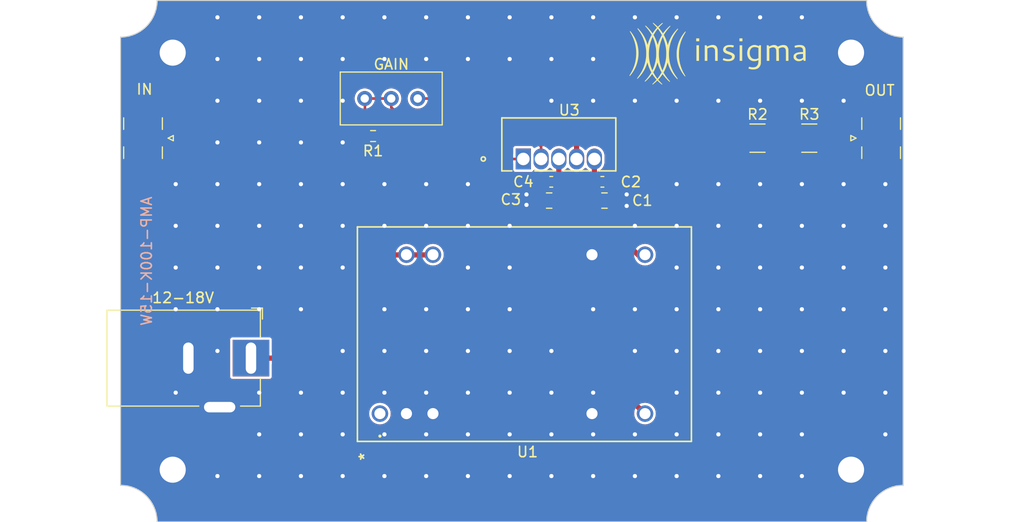
<source format=kicad_pcb>
(kicad_pcb (version 20240108) (generator "pcbnew") (generator_version "8.0")
  (layers (0 "F.Cu" signal) (31 "B.Cu" signal) (34 "B.Paste" user) (35 "F.Paste" user) (36 "B.SilkS" user "B.Silkscreen") (37 "F.SilkS" user "F.Silkscreen") (38 "B.Mask" user) (39 "F.Mask" user) (44 "Edge.Cuts" user))
  (net 0 "")
  (net 1 "VCC")
  (net 2 "GND")
  (net 3 "/VOUT")
  (net 4 "Net-(R2-Pad2)")
  (net 5 "-15V")
  (net 6 "+15V")
  (net 8 "/VIN")
  (net 9 "/Vfb")
  (net 10 "/Vo")
  (footprint "Potentiometer_THT:Potentiometer_Bourns_3296W_Vertical" (layer "F.Cu") (at 38.4 24.4 180)
    (property "Reference" "RV1" (hide yes))
    (property "Value" "B503")
    (pad "1" thru_hole circle (at 0 0 180) (size 1.44 1.44) (drill 0.8) (layers "*.Cu" "*.Mask") (net 9 "/Vfb"))
    (pad "2" thru_hole circle (at -2.54 0 180) (size 1.44 1.44) (drill 0.8) (layers "*.Cu" "*.Mask") (net 9 "/Vfb"))
    (pad "3" thru_hole circle (at -5.08 0 180) (size 1.44 1.44) (drill 0.8) (layers "*.Cu" "*.Mask") (net 10 "/Vo"))
  )
  (footprint "DCW12B-15:SCW12&slash_DCW12_MWU" (layer "F.Cu") (at 39.857 54.62 90)
    (property "Reference" "U1" (at -3.68 14.143 0) (layer "F.SilkS"))
    (property "Value" "DCW12A-15")
    (fp_text user "*" (at -4.125 -1.45 90) (layer "F.SilkS"))
    (fp_text user "*" (at -4.125 -1.45 -90) (layer "F.SilkS"))
    (pad "1" thru_hole circle (at 0 0 90) (size 1.5748 1.5748) (drill 1.0668) (layers "*.Cu" "*.Mask"))
    (pad "2" thru_hole circle (at 0 2.54 90) (size 1.5748 1.5748) (drill 1.0668) (layers "*.Cu" "*.Mask") (net 2 "GND"))
    (pad "3" thru_hole circle (at 0 5.08 90) (size 1.5748 1.5748) (drill 1.0668) (layers "*.Cu" "*.Mask") (net 2 "GND"))
    (pad "9" thru_hole circle (at 0 20.32 90) (size 1.5748 1.5748) (drill 1.0668) (layers "*.Cu" "*.Mask") (net 2 "GND"))
    (pad "11" thru_hole circle (at 0 25.4 90) (size 1.5748 1.5748) (drill 1.0668) (layers "*.Cu" "*.Mask") (net 5 "-15V"))
    (pad "14" thru_hole circle (at 15.24 25.4 90) (size 1.5748 1.5748) (drill 1.0668) (layers "*.Cu" "*.Mask") (net 6 "+15V"))
    (pad "16" thru_hole circle (at 15.24 20.32 90) (size 1.5748 1.5748) (drill 1.0668) (layers "*.Cu" "*.Mask") (net 2 "GND"))
    (pad "22" thru_hole circle (at 15.24 5.08 90) (size 1.5748 1.5748) (drill 1.0668) (layers "*.Cu" "*.Mask") (net 1 "VCC"))
    (pad "23" thru_hole circle (at 15.24 2.54 90) (size 1.5748 1.5748) (drill 1.0668) (layers "*.Cu" "*.Mask") (net 1 "VCC"))
  )
  (footprint "OPA544T:KC5" (layer "F.Cu") (at 53.5964 30.197)
    (property "Reference" "U3" (at 4.4036 -4.097 0) (layer "F.SilkS") (effects (justify bottom)))
    (property "Value" "OPA544T")
    (pad "1" thru_hole rect (at 0 0) (size 1.45 2) (drill 1.2) (layers "*.Cu" "*.Mask") (net 8 "/VIN"))
    (pad "2" thru_hole oval (at 1.7018 0) (size 1.45 2) (drill 1.2) (layers "*.Cu" "*.Mask") (net 9 "/Vfb"))
    (pad "3" thru_hole oval (at 3.4036 0) (size 1.45 2) (drill 1.2) (layers "*.Cu" "*.Mask") (net 5 "-15V"))
    (pad "4" thru_hole oval (at 5.1054 0) (size 1.45 2) (drill 1.2) (layers "*.Cu" "*.Mask") (net 10 "/Vo"))
    (pad "5" thru_hole oval (at 6.8072 0) (size 1.45 2) (drill 1.2) (layers "*.Cu" "*.Mask") (net 6 "+15V"))
  )
  (footprint "MountingHole:MountingHole_2.5mm_Pad" (layer "F.Cu") (at 20 60)
    (property "Reference" "H3" (hide yes))
    (property "Value" "MountingHole_Pad")
    (pad "1" thru_hole circle (at 0 0) (size 5 5) (drill 2.5) (layers "*.Cu" "*.Mask") (net 2 "GND"))
  )
  (footprint "Connector_Coaxial:SMA_Samtec_SMA-J-P-X-ST-EM1_EdgeMount" (layer "F.Cu") (at 17.3 28.2 -90)
    (property "Reference" "J2" (hide yes))
    (property "Value" "SMA")
    (pad "1" smd rect (at 0 0.2 270) (size 1.27 3.6) (layers "F.Cu" "F.Paste" "F.Mask") (net 8 "/VIN"))
    (pad "2" smd rect (at -2.825 0 270) (size 1.35 4.2) (layers "F.Cu" "F.Paste" "F.Mask") (net 2 "GND"))
    (pad "2" smd rect (at -2.825 0 270) (size 1.35 4.2) (layers "B.Cu" "B.Paste" "B.Mask") (net 2 "GND"))
    (pad "2" smd rect (at 2.825 0 270) (size 1.35 4.2) (layers "F.Cu" "F.Paste" "F.Mask") (net 2 "GND"))
    (pad "2" smd rect (at 2.825 0 270) (size 1.35 4.2) (layers "B.Cu" "B.Paste" "B.Mask") (net 2 "GND"))
  )
  (footprint "MountingHole:MountingHole_2.5mm_Pad" (layer "F.Cu") (at 20 20)
    (property "Reference" "H1" (hide yes))
    (property "Value" "MountingHole_Pad")
    (pad "1" thru_hole circle (at 0 0) (size 5 5) (drill 2.5) (layers "*.Cu" "*.Mask") (net 2 "GND"))
  )
  (footprint "Connector_BarrelJack:BarrelJack_Horizontal" (layer "F.Cu") (at 27.5 49.3)
    (property "Reference" "J4" (hide yes))
    (property "Value" "Barrel_Jack_MountingPin")
    (pad "1" thru_hole rect (at 0 0) (size 3.5 3.5) (drill oval 1 3) (layers "*.Cu" "*.Mask") (net 1 "VCC"))
    (pad "2" thru_hole roundrect (at -6 0) (size 3 3.5) (drill oval 1 3) (layers "*.Cu" "*.Mask") (net 2 "GND"))
    (pad "3" thru_hole roundrect (at -3 4.7) (size 3.5 3.5) (drill oval 3 1) (layers "*.Cu" "*.Mask") (net 2 "GND"))
  )
  (footprint "MountingHole:MountingHole_2.5mm_Pad" (layer "F.Cu") (at 85 60)
    (property "Reference" "H4" (hide yes))
    (property "Value" "MountingHole_Pad")
    (pad "1" thru_hole circle (at 0 0) (size 5 5) (drill 2.5) (layers "*.Cu" "*.Mask") (net 2 "GND"))
  )
  (footprint "Connector_Coaxial:SMA_Samtec_SMA-J-P-X-ST-EM1_EdgeMount" (layer "F.Cu") (at 87.7375 28.2 90)
    (property "Reference" "J3" (hide yes))
    (property "Value" "SMA")
    (pad "1" smd rect (at 0 0.2 90) (size 1.27 3.6) (layers "F.Cu" "F.Paste" "F.Mask") (net 3 "/VOUT"))
    (pad "2" smd rect (at -2.825 0 90) (size 1.35 4.2) (layers "F.Cu" "F.Paste" "F.Mask") (net 2 "GND"))
    (pad "2" smd rect (at -2.825 0 90) (size 1.35 4.2) (layers "B.Cu" "B.Paste" "B.Mask") (net 2 "GND"))
    (pad "2" smd rect (at 2.825 0 90) (size 1.35 4.2) (layers "F.Cu" "F.Paste" "F.Mask") (net 2 "GND"))
    (pad "2" smd rect (at 2.825 0 90) (size 1.35 4.2) (layers "B.Cu" "B.Paste" "B.Mask") (net 2 "GND"))
  )
  (footprint "Resistor_SMD:R_1210_3225Metric" (layer "F.Cu") (at 81 28.2)
    (property "Reference" "R3" (at 0 -2.28 0) (layer "F.SilkS"))
    (property "Value" "5")
    (pad "1" smd roundrect (at -1.4625 0) (size 1.125 2.65) (layers "F.Cu" "F.Paste" "F.Mask") (roundrect_rratio 0.222222) (net 4 "Net-(R2-Pad2)"))
    (pad "2" smd roundrect (at 1.4625 0) (size 1.125 2.65) (layers "F.Cu" "F.Paste" "F.Mask") (roundrect_rratio 0.222222) (net 3 "/VOUT"))
  )
  (footprint "Resistor_SMD:R_1210_3225Metric" (layer "F.Cu") (at 76.0375 28.2)
    (property "Reference" "R2" (at 0 -2.28 0) (layer "F.SilkS"))
    (property "Value" "5")
    (pad "1" smd roundrect (at -1.4625 0) (size 1.125 2.65) (layers "F.Cu" "F.Paste" "F.Mask") (roundrect_rratio 0.222222) (net 10 "/Vo"))
    (pad "2" smd roundrect (at 1.4625 0) (size 1.125 2.65) (layers "F.Cu" "F.Paste" "F.Mask") (roundrect_rratio 0.222222) (net 4 "Net-(R2-Pad2)"))
  )
  (footprint "Capacitor_SMD:C_0805_2012Metric" (layer "F.Cu") (at 61.3729 34.18735)
    (property "Reference" "C1" (at 3.6271 -0.003 0) (layer "F.SilkS"))
    (property "Value" "4u7")
    (pad "1" smd roundrect (at -0.95 0) (size 1 1.45) (layers "F.Cu" "F.Paste" "F.Mask") (net 6 "+15V"))
    (pad "2" smd roundrect (at 0.95 0) (size 1 1.45) (layers "F.Cu" "F.Paste" "F.Mask") (net 2 "GND"))
  )
  (footprint "Capacitor_SMD:C_0603_1608Metric" (layer "F.Cu") (at 56.2729 32.38735)
    (property "Reference" "C4" (at -2.6729 0 0) (layer "F.SilkS"))
    (property "Value" "100n")
    (pad "1" smd roundrect (at -0.775 0) (size 0.9 0.95) (layers "F.Cu" "F.Paste" "F.Mask") (net 2 "GND"))
    (pad "2" smd roundrect (at 0.775 0) (size 0.9 0.95) (layers "F.Cu" "F.Paste" "F.Mask") (net 5 "-15V"))
  )
  (footprint "insigma:insigma_logo_30mm" (layer "F.Cu") (at 72.4 20.101493)
    (property "Reference" "G***" (hide yes))
    (property "Value" "LOGO" (hide yes))
  )
  (footprint "MountingHole:MountingHole_2.5mm_Pad" (layer "F.Cu") (at 85 20)
    (property "Reference" "H2" (hide yes))
    (property "Value" "MountingHole_Pad")
    (pad "1" thru_hole circle (at 0 0) (size 5 5) (drill 2.5) (layers "*.Cu" "*.Mask") (net 2 "GND"))
  )
  (footprint "Capacitor_SMD:C_0805_2012Metric" (layer "F.Cu") (at 56.0729 34.18735)
    (property "Reference" "C3" (at -3.6729 -0.1 0) (layer "F.SilkS"))
    (property "Value" "4u7")
    (pad "1" smd roundrect (at -0.95 0) (size 1 1.45) (layers "F.Cu" "F.Paste" "F.Mask") (net 2 "GND"))
    (pad "2" smd roundrect (at 0.95 0) (size 1 1.45) (layers "F.Cu" "F.Paste" "F.Mask") (net 5 "-15V"))
  )
  (footprint "Resistor_SMD:R_0603_1608Metric" (layer "F.Cu") (at 39.2 28 180)
    (property "Reference" "R1" (at 0 -1.43 180) (layer "F.SilkS"))
    (property "Value" "10k")
    (pad "1" smd roundrect (at -0.825 0 180) (size 0.8 0.95) (layers "F.Cu" "F.Paste" "F.Mask") (net 2 "GND"))
    (pad "2" smd roundrect (at 0.825 0 180) (size 0.8 0.95) (layers "F.Cu" "F.Paste" "F.Mask") (net 9 "/Vfb"))
  )
  (footprint "Capacitor_SMD:C_0603_1608Metric" (layer "F.Cu") (at 61.1729 32.38735)
    (property "Reference" "C2" (at 2.7271 0.01265 0) (layer "F.SilkS"))
    (property "Value" "100n")
    (pad "1" smd roundrect (at -0.775 0) (size 0.9 0.95) (layers "F.Cu" "F.Paste" "F.Mask") (net 6 "+15V"))
    (pad "2" smd roundrect (at 0.775 0) (size 0.9 0.95) (layers "F.Cu" "F.Paste" "F.Mask") (net 2 "GND"))
  )
  (gr_arc (start 86.5 65) (mid 87.525126 62.525126) (end 90 61.5) (stroke (width 0.1)) (layer "Edge.Cuts"))
  (gr_arc (start 90 18.5) (mid 87.525126 17.474874) (end 86.5 15) (stroke (width 0.1)) (layer "Edge.Cuts"))
  (gr_line (start 15 18.5) (end 15 61.5) (stroke (width 0.1)) (layer "Edge.Cuts"))
  (gr_line (start 18.5 15) (end 86.5 15) (stroke (width 0.1)) (layer "Edge.Cuts"))
  (gr_arc (start 18.5 15) (mid 17.474874 17.474874) (end 15 18.5) (stroke (width 0.1)) (layer "Edge.Cuts"))
  (gr_arc (start 15 61.5) (mid 17.474874 62.525126) (end 18.5 65) (stroke (width 0.1)) (layer "Edge.Cuts"))
  (gr_line (start 90 18.5) (end 90 61.5) (stroke (width 0.1)) (layer "Edge.Cuts"))
  (gr_line (start 18.5 65) (end 86.5 65) (stroke (width 0.1)) (layer "Edge.Cuts"))
  (gr_text "AMP-100K-15W" (at 17.5 40 90) (layer "B.SilkS") (effects (font (size 1 1)) (justify mirror)))
  (gr_text "IN" (at 17.3 24.1 0) (layer "F.SilkS") (effects (font (size 1 1)) (justify bottom)))
  (gr_text "12-18V" (at 21 44.1 0) (layer "F.SilkS") (effects (font (size 1 1)) (justify bottom)))
  (gr_text "OUT" (at 87.7375 24.2 0) (layer "F.SilkS") (effects (font (size 1 1)) (justify bottom)))
  (gr_text "GAIN" (at 40.95 21.7 0) (layer "F.SilkS") (effects (font (size 1 1)) (justify bottom)))
  (segment (start 41.3 39.4) (end 44.917 39.4) (width 0.5) (layer "F.Cu") (net 1))
  (segment (start 31.4 49.3) (end 41.3 39.4) (width 0.5) (layer "F.Cu") (net 1))
  (segment (start 27.5 49.3) (end 31.4 49.3) (width 0.5) (layer "F.Cu") (net 1))
  (segment (start 44.917 39.4) (end 44.937 39.38) (width 0.5) (layer "F.Cu") (net 1))
  (via (at 53.9 33.6) (size 0.8) (drill 0.4) (layers "F.Cu" "B.Cu") (net 2))
  (via (at 76.287687 60.611016) (size 0.8) (drill 0.4) (layers "F.Cu" "B.Cu") (net 2))
  (via (at 24.287687 48.611016) (size 0.8) (drill 0.4) (layers "F.Cu" "B.Cu") (net 2))
  (via (at 48.287687 40.611016) (size 0.8) (drill 0.4) (layers "F.Cu" "B.Cu") (net 2))
  (via (at 20.287687 36.611016) (size 0.8) (drill 0.4) (layers "F.Cu" "B.Cu") (net 2))
  (via (at 32.287687 60.611016) (size 0.8) (drill 0.4) (layers "F.Cu" "B.Cu") (net 2))
  (via (at 63.5 33.6) (size 0.8) (drill 0.4) (layers "F.Cu" "B.Cu") (net 2))
  (via (at 60.287687 52.611016) (size 0.8) (drill 0.4) (layers "F.Cu" "B.Cu") (net 2))
  (via (at 40.287687 52.611016) (size 0.8) (drill 0.4) (layers "F.Cu" "B.Cu") (net 2))
  (via (at 52.287687 60.611016) (size 0.8) (drill 0.4) (layers "F.Cu" "B.Cu") (net 2))
  (via (at 20.287687 32.611016) (size 0.8) (drill 0.4) (layers "F.Cu" "B.Cu") (net 2))
  (via (at 80.287687 48.611016) (size 0.8) (drill 0.4) (layers "F.Cu" "B.Cu") (net 2))
  (via (at 24.287687 28.611016) (size 0.8) (drill 0.4) (layers "F.Cu" "B.Cu") (net 2))
  (via (at 80.287687 56.611016) (size 0.8) (drill 0.4) (layers "F.Cu" "B.Cu") (net 2))
  (via (at 24.287687 24.611016) (size 0.8) (drill 0.4) (layers "F.Cu" "B.Cu") (net 2))
  (via (at 28.287687 20.611016) (size 0.8) (drill 0.4) (layers "F.Cu" "B.Cu") (net 2))
  (via (at 52.287687 56.611016) (size 0.8) (drill 0.4) (layers "F.Cu" "B.Cu") (net 2))
  (via (at 76.287687 32.611016) (size 0.8) (drill 0.4) (layers "F.Cu" "B.Cu") (net 2))
  (via (at 48.287687 56.611016) (size 0.8) (drill 0.4) (layers "F.Cu" "B.Cu") (net 2))
  (via (at 76.287687 40.611016) (size 0.8) (drill 0.4) (layers "F.Cu" "B.Cu") (net 2))
  (via (at 84.287687 52.611016) (size 0.8) (drill 0.4) (layers "F.Cu" "B.Cu") (net 2))
  (via (at 36.287687 40.611016) (size 0.8) (drill 0.4) (layers "F.Cu" "B.Cu") (net 2))
  (via (at 40.287687 16.611016) (size 0.8) (drill 0.4) (layers "F.Cu" "B.Cu") (net 2))
  (via (at 32.287687 52.611016) (size 0.8) (drill 0.4) (layers "F.Cu" "B.Cu") (net 2))
  (via (at 48.287687 52.611016) (size 0.8) (drill 0.4) (layers "F.Cu" "B.Cu") (net 2))
  (via (at 32.287687 28.611016) (size 0.8) (drill 0.4) (layers "F.Cu" "B.Cu") (net 2))
  (via (at 72.287687 36.611016) (size 0.8) (drill 0.4) (layers "F.Cu" "B.Cu") (net 2))
  (via (at 72.287687 40.611016) (size 0.8) (drill 0.4) (layers "F.Cu" "B.Cu") (net 2))
  (via (at 80.287687 36.611016) (size 0.8) (drill 0.4) (layers "F.Cu" "B.Cu") (net 2))
  (via (at 20.287687 44.611016) (size 0.8) (drill 0.4) (layers "F.Cu" "B.Cu") (net 2))
  (via (at 64.287687 36.611016) (size 0.8) (drill 0.4) (layers "F.Cu" "B.Cu") (net 2))
  (via (at 80.287687 40.611016) (size 0.8) (drill 0.4) (layers "F.Cu" "B.Cu") (net 2))
  (via (at 36.287687 24.611016) (size 0.8) (drill 0.4) (layers "F.Cu" "B.Cu") (net 2))
  (via (at 60.287687 20.611016) (size 0.8) (drill 0.4) (layers "F.Cu" "B.Cu") (net 2))
  (via (at 48.287687 32.611016) (size 0.8) (drill 0.4) (layers "F.Cu" "B.Cu") (net 2))
  (via (at 36.287687 48.611016) (size 0.8) (drill 0.4) (layers "F.Cu" "B.Cu") (net 2))
  (via (at 84.287687 24.611016) (size 0.8) (drill 0.4) (layers "F.Cu" "B.Cu") (net 2))
  (via (at 24.287687 20.611016) (size 0.8) (drill 0.4) (layers "F.Cu" "B.Cu") (net 2))
  (via (at 76.287687 16.611016) (size 0.8) (drill 0.4) (layers "F.Cu" "B.Cu") (net 2))
  (via (at 32.287687 36.611016) (size 0.8) (drill 0.4) (layers "F.Cu" "B.Cu") (net 2))
  (via (at 84.287687 40.611016) (size 0.8) (drill 0.4) (layers "F.Cu" "B.Cu") (net 2))
  (via (at 48.287687 60.611016) (size 0.8) (drill 0.4) (layers "F.Cu" "B.Cu") (net 2))
  (via (at 36.287687 32.611016) (size 0.8) (drill 0.4) (layers "F.Cu" "B.Cu") (net 2))
  (via (at 40.287687 48.611016) (size 0.8) (drill 0.4) (layers "F.Cu" "B.Cu") (net 2))
  (via (at 28.287687 60.611016) (size 0.8) (drill 0.4) (layers "F.Cu" "B.Cu") (net 2))
  (via (at 56.287687 60.611016) (size 0.8) (drill 0.4) (layers "F.Cu" "B.Cu") (net 2))
  (via (at 80.287687 32.611016) (size 0.8) (drill 0.4) (layers "F.Cu" "B.Cu") (net 2))
  (via (at 88.287687 48.611016) (size 0.8) (drill 0.4) (layers "F.Cu" "B.Cu") (net 2))
  (via (at 68.287687 40.611016) (size 0.8) (drill 0.4) (layers "F.Cu" "B.Cu") (net 2))
  (via (at 40.287687 56.611016) (size 0.8) (drill 0.4) (layers "F.Cu" "B.Cu") (net 2))
  (via (at 68.287687 52.611016) (size 0.8) (drill 0.4) (layers "F.Cu" "B.Cu") (net 2))
  (via (at 64.287687 56.611016) (size 0.8) (drill 0.4) (layers "F.Cu" "B.Cu") (net 2))
  (via (at 80.287687 44.611016) (size 0.8) (drill 0.4) (layers "F.Cu" "B.Cu") (net 2))
  (via (at 32.287687 16.611016) (size 0.8) (drill 0.4) (layers "F.Cu" "B.Cu") (net 2))
  (via (at 44.287687 20.611016) (size 0.8) (drill 0.4) (layers "F.Cu" "B.Cu") (net 2))
  (via (at 72.287687 44.611016) (size 0.8) (drill 0.4) (layers "F.Cu" "B.Cu") (net 2))
  (via (at 64.287687 24.611016) (size 0.8) (drill 0.4) (layers "F.Cu" "B.Cu") (net 2))
  (via (at 88.287687 36.611016) (size 0.8) (drill 0.4) (layers "F.Cu" "B.Cu") (net 2))
  (via (at 52.287687 40.611016) (size 0.8) (drill 0.4) (layers "F.Cu" "B.Cu") (net 2))
  (via (at 52.287687 20.611016) (size 0.8) (drill 0.4) (layers "F.Cu" "B.Cu") (net 2))
  (via (at 28.287687 52.611016) (size 0.8) (drill 0.4) (layers "F.Cu" "B.Cu") (net 2))
  (via (at 64.287687 44.611016) (size 0.8) (drill 0.4) (layers "F.Cu" "B.Cu") (net 2))
  (via (at 76.287687 52.611016) (size 0.8) (drill 0.4) (layers "F.Cu" "B.Cu") (net 2))
  (via (at 80.287687 60.611016) (size 0.8) (drill 0.4) (layers "F.Cu" "B.Cu") (net 2))
  (via (at 28.287687 36.611016) (size 0.8) (drill 0.4) (layers "F.Cu" "B.Cu") (net 2))
  (via (at 64.287687 48.611016) (size 0.8) (drill 0.4) (layers "F.Cu" "B.Cu") (net 2))
  (via (at 28.287687 24.611016) (size 0.8) (drill 0.4) (layers "F.Cu" "B.Cu") (net 2))
  (via (at 52.287687 52.611016) (size 0.8) (drill 0.4) (layers "F.Cu" "B.Cu") (net 2))
  (via (at 52.287687 36.611016) (size 0.8) (drill 0.4) (layers "F.Cu" "B.Cu") (net 2))
  (via (at 28.287687 32.611016) (size 0.8) (drill 0.4) (layers "F.Cu" "B.Cu") (net 2))
  (via (at 80.287687 16.611016) (size 0.8) (drill 0.4) (layers "F.Cu" "B.Cu") (net 2))
  (via (at 84.287687 36.611016) (size 0.8) (drill 0.4) (layers "F.Cu" "B.Cu") (net 2))
  (via (at 76.287687 36.611016) (size 0.8) (drill 0.4) (layers "F.Cu" "B.Cu") (net 2))
  (via (at 24.287687 32.611016) (size 0.8) (drill 0.4) (layers "F.Cu" "B.Cu") (net 2))
  (via (at 88.287687 44.611016) (size 0.8) (drill 0.4) (layers "F.Cu" "B.Cu") (net 2))
  (via (at 56.287687 56.611016) (size 0.8) (drill 0.4) (layers "F.Cu" "B.Cu") (net 2))
  (via (at 84.287687 32.611016) (size 0.8) (drill 0.4) (layers "F.Cu" "B.Cu") (net 2))
  (via (at 76.287687 56.611016) (size 0.8) (drill 0.4) (layers "F.Cu" "B.Cu") (net 2))
  (via (at 20.287687 40.611016) (size 0.8) (drill 0.4) (layers "F.Cu" "B.Cu") (net 2))
  (via (at 56.287687 16.611016) (size 0.8) (drill 0.4) (layers "F.Cu" "B.Cu") (net 2))
  (via (at 24.287687 40.611016) (size 0.8) (drill 0.4) (layers "F.Cu" "B.Cu") (net 2))
  (via (at 72.287687 24.611016) (size 0.8) (drill 0.4) (layers "F.Cu" "B.Cu") (net 2))
  (via (at 68.287687 36.611016) (size 0.8) (drill 0.4) (layers "F.Cu" "B.Cu") (net 2))
  (via (at 53.9 34.6) (size 0.8) (drill 0.4) (layers "F.Cu" "B.Cu") (net 2))
  (via (at 56.287687 48.611016) (size 0.8) (drill 0.4) (layers "F.Cu" "B.Cu") (net 2))
  (via (at 36.287687 52.611016) (size 0.8) (drill 0.4) (layers "F.Cu" "B.Cu") (net 2))
  (via (at 60.287687 16.611016) (size 0.8) (drill 0.4) (layers "F.Cu" "B.Cu") (net 2))
  (via (at 76.287687 24.611016) (size 0.8) (drill 0.4) (layers "F.Cu" "B.Cu") (net 2))
  (via (at 60.287687 60.611016) (size 0.8) (drill 0.4) (layers "F.Cu" "B.Cu") (net 2))
  (via (at 52.287687 16.611016) (size 0.8) (drill 0.4) (layers "F.Cu" "B.Cu") (net 2))
  (via (at 24.287687 60.611016) (size 0.8) (drill 0.4) (layers "F.Cu" "B.Cu") (net 2))
  (via (at 68.287687 32.611016) (size 0.8) (drill 0.4) (layers "F.Cu" "B.Cu") (net 2))
  (via (at 60.287687 56.611016) (size 0.8) (drill 0.4) (layers "F.Cu" "B.Cu") (net 2))
  (via (at 68.287687 16.611016) (size 0.8) (drill 0.4) (layers "F.Cu" "B.Cu") (net 2))
  (via (at 72.287687 52.611016) (size 0.8) (drill 0.4) (layers "F.Cu" "B.Cu") (net 2))
  (via (at 56.287687 20.611016) (size 0.8) (drill 0.4) (layers "F.Cu" "B.Cu") (net 2))
  (via (at 32.287687 44.611016) (size 0.8) (drill 0.4) (layers "F.Cu" "B.Cu") (net 2))
  (via (at 63.5 34.7) (size 0.8) (drill 0.4) (layers "F.Cu" "B.Cu") (net 2))
  (via (at 48.287687 20.611016) (size 0.8) (drill 0.4) (layers "F.Cu" "B.Cu") (net 2))
  (via (at 52.287687 44.611016) (size 0.8) (drill 0.4) (layers "F.Cu" "B.Cu") (net 2))
  (via (at 72.287687 56.611016) (size 0.8) (drill 0.4) (layers "F.Cu" "B.Cu") (net 2))
  (via (at 48.287687 44.611016) (size 0.8) (drill 0.4) (layers "F.Cu" "B.Cu") (net 2))
  (via (at 44.287687 44.611016) (size 0.8) (drill 0.4) (layers "F.Cu" "B.Cu") (net 2))
  (via (at 36.287687 28.611016) (size 0.8) (drill 0.4) (layers "F.Cu" "B.Cu") (net 2))
  (via (at 28.287687 16.611016) (size 0.8) (drill 0.4) (layers "F.Cu" "B.Cu") (net 2))
  (via (at 24.287687 44.611016) (size 0.8) (drill 0.4) (layers "F.Cu" "B.Cu") (net 2))
  (via (at 52.287687 48.611016) (size 0.8) (drill 0.4) (layers "F.Cu" "B.Cu") (net 2))
  (via (at 36.287687 16.611016) (size 0.8) (drill 0.4) (layers "F.Cu" "B.Cu") (net 2))
  (via (at 44.287687 56.611016) (size 0.8) (drill 0.4) (layers "F.Cu" "B.Cu") (net 2))
  (via (at 68.287687 48.611016) (size 0.8) (drill 0.4) (layers "F.Cu" "B.Cu") (net 2))
  (via (at 44.287687 36.611016) (size 0.8) (drill 0.4) (layers "F.Cu" "B.Cu") (net 2))
  (via (at 68.287687 56.611016) (size 0.8) (drill 0.4) (layers "F.Cu" "B.Cu") (net 2))
  (via (at 32.287687 24.611016) (size 0.8) (drill 0.4) (layers "F.Cu" "B.Cu") (net 2))
  (via (at 72.287687 60.611016) (size 0.8) (drill 0.4) (layers "F.Cu" "B.Cu") (net 2))
  (via (at 40.287687 36.611016) (size 0.8) (drill 0.4) (layers "F.Cu" "B.Cu") (net 2))
  (via (at 60.287687 24.611016) (size 0.8) (drill 0.4) (layers "F.Cu" "B.Cu") (net 2))
  (via (at 76.287687 44.611016) (size 0.8) (drill 0.4) (layers "F.Cu" "B.Cu") (net 2))
  (via (at 44.287687 32.611016) (size 0.8) (drill 0.4) (layers "F.Cu" "B.Cu") (net 2))
  (via (at 48.287687 48.611016) (size 0.8) (drill 0.4) (layers "F.Cu" "B.Cu") (net 2))
  (via (at 40.287687 20.611016) (size 0.8) (drill 0.4) (layers "F.Cu" "B.Cu") (net 2))
  (via (at 28.287687 56.611016) (size 0.8) (drill 0.4) (layers "F.Cu" "B.Cu") (net 2))
  (via (at 24.287687 16.611016) (size 0.8) (drill 0.4) (layers "F.Cu" "B.Cu") (net 2))
  (via (at 84.287687 48.611016) (size 0.8) (drill 0.4) (layers "F.Cu" "B.Cu") (net 2))
  (via (at 88.287687 40.611016) (size 0.8) (drill 0.4) (layers "F.Cu" "B.Cu") (net 2))
  (via (at 36.287687 36.611016) (size 0.8) (drill 0.4) (layers "F.Cu" "B.Cu") (net 2))
  (via (at 84.287687 44.611016) (size 0.8) (drill 0.4) (layers "F.Cu" "B.Cu") (net 2))
  (via (at 36.287687 20.611016) (size 0.8) (drill 0.4) (layers "F.Cu" "B.Cu") (net 2))
  (via (at 44.287687 48.611016) (size 0.8) (drill 0.4) (layers "F.Cu" "B.Cu") (net 2))
  (via (at 80.287687 52.611016) (size 0.8) (drill 0.4) (layers "F.Cu" "B.Cu") (net 2))
  (via (at 88.287687 32.611016) (size 0.8) (drill 0.4) (layers "F.Cu" "B.Cu") (net 2))
  (via (at 44.287687 52.611016) (size 0.8) (drill 0.4) (layers "F.Cu" "B.Cu") (net 2))
  (via (at 48.287687 36.611016) (size 0.8) (drill 0.4) (layers "F.Cu" "B.Cu") (net 2))
  (via (at 28.287687 44.611016) (size 0.8) (drill 0.4) (layers "F.Cu" "B.Cu") (net 2))
  (via (at 76.287687 48.611016) (size 0.8) (drill 0.4) (layers "F.Cu" "B.Cu") (net 2))
  (via (at 32.287687 20.611016) (size 0.8) (drill 0.4) (layers "F.Cu" "B.Cu") (net 2))
  (via (at 32.287687 32.611016) (size 0.8) (drill 0.4) (layers "F.Cu" "B.Cu") (net 2))
  (via (at 28.287687 28.611016) (size 0.8) (drill 0.4) (layers "F.Cu" "B.Cu") (net 2))
  (via (at 88.287687 52.611016) (size 0.8) (drill 0.4) (layers "F.Cu" "B.Cu") (net 2))
  (via (at 56.287687 24.611016) (size 0.8) (drill 0.4) (layers "F.Cu" "B.Cu") (net 2))
  (via (at 40.287687 32.611016) (size 0.8) (drill 0.4) (layers "F.Cu" "B.Cu") (net 2))
  (via (at 60.287687 44.611016) (size 0.8) (drill 0.4) (layers "F.Cu" "B.Cu") (net 2))
  (via (at 88.287687 56.611016) (size 0.8) (drill 0.4) (layers "F.Cu" "B.Cu") (net 2))
  (via (at 44.287687 60.611016) (size 0.8) (drill 0.4) (layers "F.Cu" "B.Cu") (net 2))
  (via (at 32.287687 56.611016) (size 0.8) (drill 0.4) (layers "F.Cu" "B.Cu") (net 2))
  (via (at 40.287687 44.611016) (size 0.8) (drill 0.4) (layers "F.Cu" "B.Cu") (net 2))
  (via (at 72.287687 32.611016) (size 0.8) (drill 0.4) (layers "F.Cu" "B.Cu") (net 2))
  (via (at 72.287687 16.611016) (size 0.8) (drill 0.4) (layers "F.Cu" "B.Cu") (net 2))
  (via (at 68.287687 24.611016) (size 0.8) (drill 0.4) (layers "F.Cu" "B.Cu") (net 2))
  (via (at 68.287687 44.611016) (size 0.8) (drill 0.4) (layers "F.Cu" "B.Cu") (net 2))
  (via (at 36.287687 60.611016) (size 0.8) (drill 0.4) (layers "F.Cu" "B.Cu") (net 2))
  (via (at 64.287687 16.611016) (size 0.8) (drill 0.4) (layers "F.Cu" "B.Cu") (net 2))
  (via (at 72.287687 48.611016) (size 0.8) (drill 0.4) (layers "F.Cu" "B.Cu") (net 2))
  (via (at 20.287687 52.611016) (size 0.8) (drill 0.4) (layers "F.Cu" "B.Cu") (net 2))
  (via (at 24.287687 36.611016) (size 0.8) (drill 0.4) (layers "F.Cu" "B.Cu") (net 2))
  (via (at 40.287687 60.611016) (size 0.8) (drill 0.4) (layers "F.Cu" "B.Cu") (net 2))
  (via (at 80.287687 24.611016) (size 0.8) (drill 0.4) (layers "F.Cu" "B.Cu") (net 2))
  (via (at 68.287687 60.611016) (size 0.8) (drill 0.4) (layers "F.Cu" "B.Cu") (net 2))
  (via (at 64.287687 60.611016) (size 0.8) (drill 0.4) (layers "F.Cu" "B.Cu") (net 2))
  (via (at 36.287687 56.611016) (size 0.8) (drill 0.4) (layers "F.Cu" "B.Cu") (net 2))
  (via (at 32.287687 40.611016) (size 0.8) (drill 0.4) (layers "F.Cu" "B.Cu") (net 2))
  (via (at 48.287687 16.611016) (size 0.8) (drill 0.4) (layers "F.Cu" "B.Cu") (net 2))
  (via (at 44.287687 16.611016) (size 0.8) (drill 0.4) (layers "F.Cu" "B.Cu") (net 2))
  (via (at 28.287687 40.611016) (size 0.8) (drill 0.4) (layers "F.Cu" "B.Cu") (net 2))
  (via (at 56.287687 52.611016) (size 0.8) (drill 0.4) (layers "F.Cu" "B.Cu") (net 2))
  (segment (start 87.9375 28.2) (end 82.4625 28.2) (width 0.5) (layer "F.Cu") (net 3))
  (segment (start 79.405 28.2) (end 77.23 28.2) (width 0.5) (layer "F.Cu") (net 4))
  (segment (start 57 46.4) (end 65.22 54.62) (width 0.5) (layer "F.Cu") (net 5))
  (segment (start 65.22 54.62) (end 65.257 54.62) (width 0.5) (layer "F.Cu") (net 5))
  (segment (start 57 30.197) (end 57 46.4) (width 0.5) (layer "F.Cu") (net 5))
  (segment (start 60.4036 35.2036) (end 64.58 39.38) (width 0.5) (layer "F.Cu") (net 6))
  (segment (start 64.58 39.38) (end 65.257 39.38) (width 0.5) (layer "F.Cu") (net 6))
  (segment (start 60.4036 30.197) (end 60.4036 35.2036) (width 0.5) (layer "F.Cu") (net 6))
  (segment (start 53.5934 30.2) (end 53.5964 30.197) (width 0.25) (layer "F.Cu") (net 8))
  (segment (start 20.6 28.2) (end 22.6 30.2) (width 0.25) (layer "F.Cu") (net 8))
  (segment (start 17.1 28.2) (end 20.6 28.2) (width 0.25) (layer "F.Cu") (net 8))
  (segment (start 22.6 30.2) (end 53.5934 30.2) (width 0.25) (layer "F.Cu") (net 8))
  (segment (start 54.1 27.8) (end 55.2982 28.9982) (width 0.25) (layer "F.Cu") (net 9))
  (segment (start 40.94 25.24) (end 43.5 27.8) (width 0.25) (layer "F.Cu") (net 9))
  (segment (start 38.42 27.955) (end 38.375 28) (width 0.25) (layer "F.Cu") (net 9))
  (segment (start 38.42 24.4) (end 38.42 27.955) (width 0.25) (layer "F.Cu") (net 9))
  (segment (start 55.2982 28.9982) (end 55.2982 30.197) (width 0.25) (layer "F.Cu") (net 9))
  (segment (start 38.4 24.4) (end 40.94 24.4) (width 0.25) (layer "F.Cu") (net 9))
  (segment (start 43.5 27.8) (end 54.1 27.8) (width 0.25) (layer "F.Cu") (net 9))
  (segment (start 40.94 24.4) (end 40.94 25.24) (width 0.25) (layer "F.Cu") (net 9))
  (segment (start 43.48 24.4) (end 54 24.4) (width 0.25) (layer "F.Cu") (net 10))
  (segment (start 58.7018 28.7982) (end 58.7018 30.197) (width 0.5) (layer "F.Cu") (net 10))
  (segment (start 74.575 28.2) (end 74.375 28) (width 0.5) (layer "F.Cu") (net 10))
  (segment (start 59.5 28) (end 58.7018 28.7982) (width 0.5) (layer "F.Cu") (net 10))
  (segment (start 58.7018 29.1018) (end 58.7018 30.7018) (width 0.25) (layer "F.Cu") (net 10))
  (segment (start 54 24.4) (end 58.7018 29.1018) (width 0.25) (layer "F.Cu") (net 10))
  (segment (start 74.375 28) (end 59.5 28) (width 0.5) (layer "F.Cu") (net 10))
  (zone (net 2) (net_name "GND") (layers "F&B.Cu") (priority 1) (connect_pads yes (clearance 0.25)) (min_thickness 0.25) (fill yes (thermal_gap 0.5) (thermal_bridge_width 0.5))
    (polygon (pts (xy 51 15) (xy 90 15) (xy 90 65) (xy 15 65) (xy 15 15)))
  )
)
</source>
